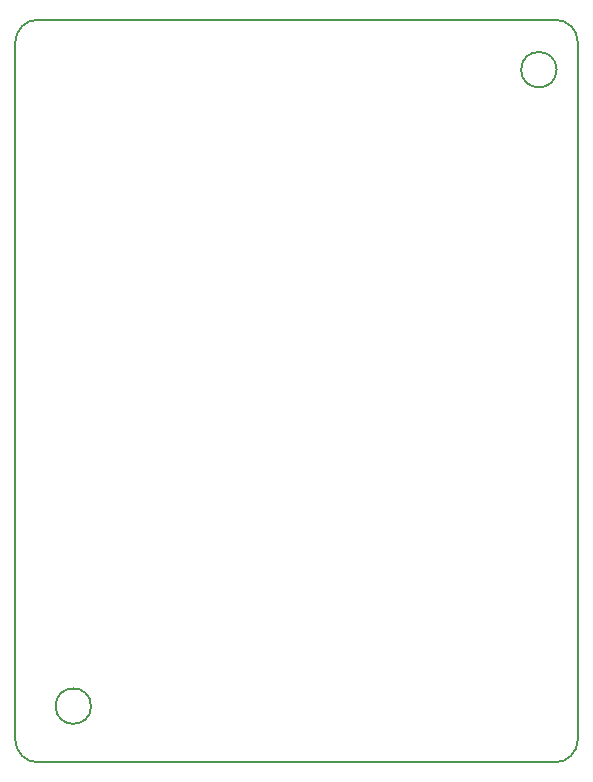
<source format=gbr>
G04 #@! TF.FileFunction,Profile,NP*
%FSLAX46Y46*%
G04 Gerber Fmt 4.6, Leading zero omitted, Abs format (unit mm)*
G04 Created by KiCad (PCBNEW 4.0.2+dfsg1-stable) date lun. 19 sept. 2016 21:19:05 CEST*
%MOMM*%
G01*
G04 APERTURE LIST*
%ADD10C,0.020000*%
%ADD11C,0.200000*%
G04 APERTURE END LIST*
D10*
D11*
X47625000Y1905000D02*
X47625000Y60960000D01*
X0Y1905000D02*
X0Y60960000D01*
X1905000Y62865000D02*
X45720000Y62865000D01*
X45720000Y0D02*
X1905000Y0D01*
X0Y1905000D02*
G75*
G03X1905000Y0I1905000J0D01*
G01*
X6410000Y4745000D02*
G75*
G03X6410000Y4745000I-1500000J0D01*
G01*
X45825000Y58635000D02*
G75*
G03X45825000Y58635000I-1500000J0D01*
G01*
X45720000Y0D02*
G75*
G03X47625000Y1905000I0J1905000D01*
G01*
X1905000Y62865000D02*
G75*
G03X0Y60960000I0J-1905000D01*
G01*
X47625000Y60960000D02*
G75*
G03X45720000Y62865000I-1905000J0D01*
G01*
M02*

</source>
